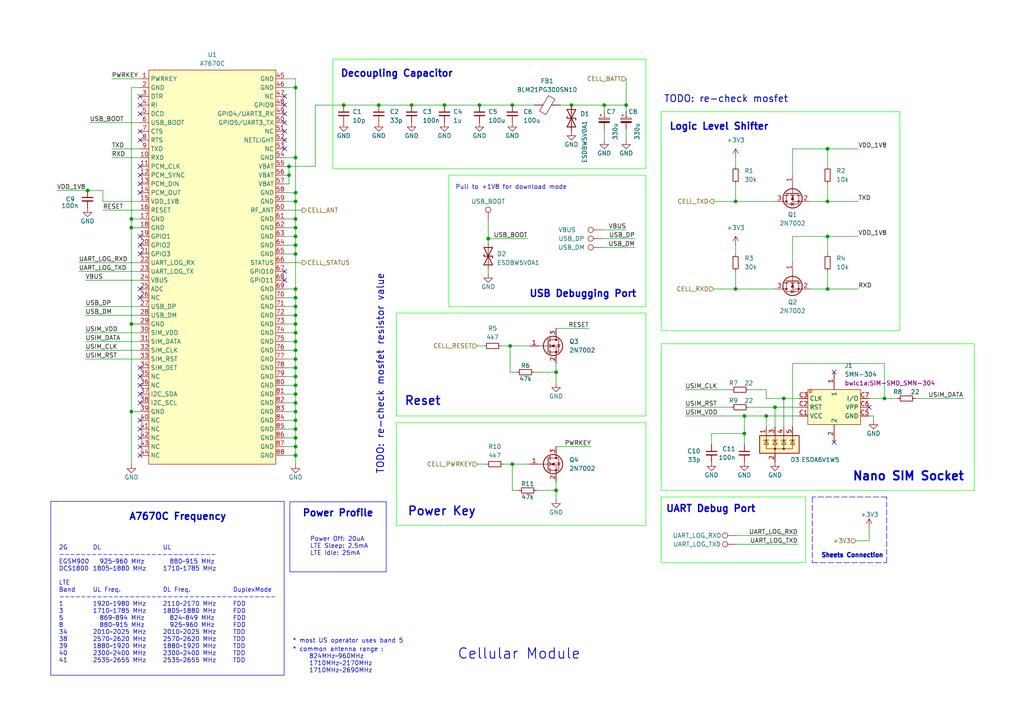
<source format=kicad_sch>
(kicad_sch (version 20231120) (generator "eeschema") (generator_version "8.0")
  (paper "A4")
  (title_block (title "Cellular") (date "2024-05-22") (rev "2") (company "Teapot Laboratories"))
  (junction (at 85.725 121.92))
  (junction (at 240.03 43.18))
  (junction (at 85.725 101.6))
  (junction (at 85.725 45.72))
  (junction (at 85.725 96.52))
  (junction (at 85.725 63.5))
  (junction (at 85.725 119.38))
  (junction (at 85.725 114.3))
  (junction (at 83.82 48.26))
  (junction (at 165.735 30.48))
  (junction (at 85.725 104.14))
  (junction (at 85.725 71.12))
  (junction (at 213.36 83.82))
  (junction (at 85.725 116.84))
  (junction (at 85.725 124.46))
  (junction (at 119.38 30.48))
  (junction (at 85.725 86.36))
  (junction (at 148.59 30.48))
  (junction (at 38.1 63.5))
  (junction (at 85.725 106.68))
  (junction (at 85.725 91.44))
  (junction (at 85.725 88.9))
  (junction (at 175.26 30.48))
  (junction (at 25.4 55.245))
  (junction (at 85.725 55.88))
  (junction (at 85.725 129.54))
  (junction (at 256.54 115.57))
  (junction (at 161.29 107.95))
  (junction (at 141.605 69.215))
  (junction (at 99.695 30.48))
  (junction (at 85.725 127))
  (junction (at 109.855 30.48))
  (junction (at 38.1 93.98))
  (junction (at 85.725 93.98))
  (junction (at 85.725 111.76))
  (junction (at 85.725 132.08))
  (junction (at 85.725 25.4))
  (junction (at 240.03 83.82))
  (junction (at 240.03 58.42))
  (junction (at 161.29 142.24))
  (junction (at 85.725 58.42))
  (junction (at 148.59 134.62))
  (junction (at 85.725 73.66))
  (junction (at 128.905 30.48))
  (junction (at 85.725 68.58))
  (junction (at 224.79 118.11))
  (junction (at 85.725 83.82))
  (junction (at 83.82 50.8))
  (junction (at 147.955 100.33))
  (junction (at 139.065 30.48))
  (junction (at 215.9 125.73))
  (junction (at 85.725 109.22))
  (junction (at 222.25 120.65))
  (junction (at 213.36 58.42))
  (junction (at 215.9 120.65))
  (junction (at 38.1 66.04))
  (junction (at 227.33 115.57))
  (junction (at 181.61 30.48))
  (junction (at 38.1 119.38))
  (junction (at 240.03 68.58))
  (junction (at 85.725 66.04))
  (junction (at 85.725 99.06))
  (no_connect (at 82.55 33.02))
  (no_connect (at 40.64 71.12))
  (no_connect (at 40.64 48.26))
  (no_connect (at 40.64 124.46))
  (no_connect (at 40.64 114.3))
  (no_connect (at 82.55 81.28))
  (no_connect (at 40.64 53.34))
  (no_connect (at 40.64 30.48))
  (no_connect (at 40.64 40.64))
  (no_connect (at 40.64 83.82))
  (no_connect (at 82.55 38.1))
  (no_connect (at 40.64 121.92))
  (no_connect (at 40.64 116.84))
  (no_connect (at 40.64 38.1))
  (no_connect (at 40.64 50.8))
  (no_connect (at 40.64 55.88))
  (no_connect (at 82.55 78.74))
  (no_connect (at 241.935 107.95))
  (no_connect (at 40.64 111.76))
  (no_connect (at 40.64 109.22))
  (no_connect (at 40.64 68.58))
  (no_connect (at 241.935 128.27))
  (no_connect (at 82.55 30.48))
  (no_connect (at 40.64 33.02))
  (no_connect (at 252.095 118.11))
  (no_connect (at 82.55 35.56))
  (no_connect (at 40.64 73.66))
  (no_connect (at 82.55 43.18))
  (no_connect (at 82.55 40.64))
  (no_connect (at 82.55 27.94))
  (no_connect (at 40.64 127))
  (no_connect (at 40.64 27.94))
  (no_connect (at 40.64 129.54))
  (no_connect (at 40.64 132.08))
  (no_connect (at 40.64 106.68))
  (no_connect (at 40.64 86.36))
  (wire (pts (xy 198.755 113.03) (xy 212.09 113.03)))
  (wire (pts (xy 24.765 88.9) (xy 40.64 88.9)))
  (wire (pts (xy 85.725 68.58) (xy 85.725 66.04)))
  (wire (pts (xy 87.63 76.2) (xy 82.55 76.2)))
  (wire (pts (xy 174.625 66.675) (xy 181.61 66.675)))
  (wire (pts (xy 224.79 118.11) (xy 224.79 123.825)))
  (wire (pts (xy 82.55 45.72) (xy 85.725 45.72)))
  (wire (pts (xy 215.9 120.65) (xy 222.25 120.65)))
  (wire (pts (xy 32.385 43.18) (xy 40.64 43.18)))
  (wire (pts (xy 82.55 129.54) (xy 85.725 129.54)))
  (polyline (pts (xy 235.585 144.145) (xy 235.585 163.195)) (stroke (width 0) (type dash)))
  (wire (pts (xy 148.59 134.62) (xy 153.67 134.62)))
  (wire (pts (xy 82.55 99.06) (xy 85.725 99.06)))
  (wire (pts (xy 82.55 91.44) (xy 85.725 91.44)))
  (wire (pts (xy 231.394 155.321) (xy 213.614 155.321)))
  (wire (pts (xy 82.55 63.5) (xy 85.725 63.5)))
  (wire (pts (xy 24.765 81.28) (xy 40.64 81.28)))
  (wire (pts (xy 231.775 115.57) (xy 227.33 115.57)))
  (wire (pts (xy 85.725 132.08) (xy 85.725 134.62)))
  (wire (pts (xy 85.725 114.3) (xy 85.725 116.84)))
  (wire (pts (xy 213.36 83.82) (xy 213.36 78.74)))
  (wire (pts (xy 224.79 58.42) (xy 213.36 58.42)))
  (wire (pts (xy 82.55 106.68) (xy 85.725 106.68)))
  (wire (pts (xy 229.87 123.825) (xy 229.87 105.41)))
  (wire (pts (xy 24.765 96.52) (xy 40.64 96.52)))
  (wire (pts (xy 161.29 129.54) (xy 171.45 129.54)))
  (wire (pts (xy 128.905 30.48) (xy 139.065 30.48)))
  (wire (pts (xy 85.725 104.14) (xy 85.725 106.68)))
  (wire (pts (xy 82.55 66.04) (xy 85.725 66.04)))
  (wire (pts (xy 82.55 68.58) (xy 85.725 68.58)))
  (wire (pts (xy 82.55 104.14) (xy 85.725 104.14)))
  (wire (pts (xy 82.55 93.98) (xy 85.725 93.98)))
  (wire (pts (xy 240.03 43.18) (xy 240.03 48.26)))
  (wire (pts (xy 85.725 119.38) (xy 85.725 121.92)))
  (wire (pts (xy 222.25 115.57) (xy 227.33 115.57)))
  (wire (pts (xy 240.03 83.82) (xy 248.92 83.82)))
  (wire (pts (xy 85.725 22.86) (xy 82.55 22.86)))
  (wire (pts (xy 85.725 99.06) (xy 85.725 96.52)))
  (wire (pts (xy 148.59 142.24) (xy 148.59 134.62)))
  (wire (pts (xy 85.725 116.84) (xy 85.725 119.38)))
  (wire (pts (xy 141.605 69.215) (xy 141.605 70.485)))
  (wire (pts (xy 252.095 120.65) (xy 253.365 120.65)))
  (wire (pts (xy 82.55 88.9) (xy 85.725 88.9)))
  (wire (pts (xy 150.495 142.24) (xy 148.59 142.24)))
  (wire (pts (xy 82.55 114.3) (xy 85.725 114.3)))
  (wire (pts (xy 85.725 88.9) (xy 85.725 86.36)))
  (wire (pts (xy 141.605 78.105) (xy 141.605 79.375)))
  (wire (pts (xy 29.845 60.96) (xy 40.64 60.96)))
  (wire (pts (xy 16.51 55.245) (xy 25.4 55.245)))
  (wire (pts (xy 29.845 55.245) (xy 25.4 55.245)))
  (wire (pts (xy 215.9 120.65) (xy 215.9 125.73)))
  (wire (pts (xy 109.855 30.48) (xy 119.38 30.48)))
  (wire (pts (xy 85.725 104.14) (xy 85.725 101.6)))
  (wire (pts (xy 207.01 83.82) (xy 213.36 83.82)))
  (wire (pts (xy 82.55 119.38) (xy 85.725 119.38)))
  (wire (pts (xy 161.29 139.7) (xy 161.29 142.24)))
  (wire (pts (xy 213.36 45.72) (xy 213.36 48.26)))
  (wire (pts (xy 181.61 22.86) (xy 181.61 30.48)))
  (wire (pts (xy 82.55 121.92) (xy 85.725 121.92)))
  (wire (pts (xy 82.55 127) (xy 85.725 127)))
  (wire (pts (xy 213.36 71.12) (xy 213.36 73.66)))
  (wire (pts (xy 147.955 100.33) (xy 153.67 100.33)))
  (wire (pts (xy 85.725 91.44) (xy 85.725 88.9)))
  (wire (pts (xy 215.9 125.73) (xy 215.9 128.905)))
  (wire (pts (xy 217.17 118.11) (xy 224.79 118.11)))
  (wire (pts (xy 24.765 99.06) (xy 40.64 99.06)))
  (wire (pts (xy 85.725 73.66) (xy 85.725 71.12)))
  (wire (pts (xy 198.755 118.11) (xy 212.09 118.11)))
  (wire (pts (xy 229.87 76.2) (xy 229.87 68.58)))
  (wire (pts (xy 240.03 68.58) (xy 240.03 73.66)))
  (wire (pts (xy 229.87 68.58) (xy 240.03 68.58)))
  (wire (pts (xy 32.385 22.86) (xy 40.64 22.86)))
  (wire (pts (xy 22.86 76.2) (xy 40.64 76.2)))
  (wire (pts (xy 38.1 25.4) (xy 40.64 25.4)))
  (wire (pts (xy 82.55 73.66) (xy 85.725 73.66)))
  (wire (pts (xy 38.1 93.98) (xy 40.64 93.98)))
  (polyline (pts (xy 235.585 163.195) (xy 257.175 163.195)) (stroke (width 0) (type dash)))
  (wire (pts (xy 82.55 71.12) (xy 85.725 71.12)))
  (wire (pts (xy 206.375 128.905) (xy 206.375 125.73)))
  (wire (pts (xy 234.95 83.82) (xy 240.03 83.82)))
  (wire (pts (xy 83.82 50.8) (xy 83.82 53.34)))
  (wire (pts (xy 82.55 83.82) (xy 85.725 83.82)))
  (wire (pts (xy 38.1 119.38) (xy 40.64 119.38)))
  (wire (pts (xy 240.03 78.74) (xy 240.03 83.82)))
  (wire (pts (xy 252.095 153.035) (xy 252.095 156.845)))
  (wire (pts (xy 138.43 134.62) (xy 140.97 134.62)))
  (wire (pts (xy 85.725 86.36) (xy 85.725 83.82)))
  (wire (pts (xy 229.87 43.18) (xy 240.03 43.18)))
  (wire (pts (xy 174.625 69.215) (xy 184.15 69.215)))
  (wire (pts (xy 85.725 63.5) (xy 85.725 58.42)))
  (wire (pts (xy 85.725 121.92) (xy 85.725 124.46)))
  (wire (pts (xy 207.01 58.42) (xy 213.36 58.42)))
  (wire (pts (xy 181.61 30.48) (xy 181.61 32.385)))
  (wire (pts (xy 85.725 111.76) (xy 85.725 114.3)))
  (wire (pts (xy 38.1 134.62) (xy 38.1 119.38)))
  (wire (pts (xy 175.26 37.465) (xy 175.26 40.64)))
  (wire (pts (xy 234.95 58.42) (xy 240.03 58.42)))
  (wire (pts (xy 85.725 93.98) (xy 85.725 91.44)))
  (wire (pts (xy 24.765 101.6) (xy 40.64 101.6)))
  (wire (pts (xy 91.44 30.48) (xy 99.695 30.48)))
  (wire (pts (xy 146.05 134.62) (xy 148.59 134.62)))
  (wire (pts (xy 82.55 60.96) (xy 87.63 60.96)))
  (wire (pts (xy 145.415 100.33) (xy 147.955 100.33)))
  (wire (pts (xy 174.625 71.755) (xy 184.15 71.755)))
  (wire (pts (xy 82.55 53.34) (xy 83.82 53.34)))
  (polyline (pts (xy 257.175 144.145) (xy 235.585 144.145)) (stroke (width 0) (type dash)))
  (wire (pts (xy 26.035 35.56) (xy 40.64 35.56)))
  (wire (pts (xy 175.26 30.48) (xy 181.61 30.48)))
  (wire (pts (xy 256.54 115.57) (xy 260.35 115.57)))
  (wire (pts (xy 154.94 107.95) (xy 161.29 107.95)))
  (wire (pts (xy 85.725 83.82) (xy 85.725 73.66)))
  (wire (pts (xy 229.87 105.41) (xy 256.54 105.41)))
  (wire (pts (xy 29.845 58.42) (xy 29.845 55.245)))
  (wire (pts (xy 83.82 48.26) (xy 91.44 48.26)))
  (wire (pts (xy 24.765 91.44) (xy 40.64 91.44)))
  (wire (pts (xy 139.065 30.48) (xy 148.59 30.48)))
  (wire (pts (xy 206.375 125.73) (xy 215.9 125.73)))
  (wire (pts (xy 119.38 30.48) (xy 128.905 30.48)))
  (wire (pts (xy 82.55 55.88) (xy 85.725 55.88)))
  (wire (pts (xy 141.605 64.135) (xy 141.605 69.215)))
  (wire (pts (xy 198.755 120.65) (xy 215.9 120.65)))
  (wire (pts (xy 99.695 30.48) (xy 109.855 30.48)))
  (wire (pts (xy 240.03 58.42) (xy 248.92 58.42)))
  (wire (pts (xy 40.64 58.42) (xy 29.845 58.42)))
  (wire (pts (xy 38.1 119.38) (xy 38.1 93.98)))
  (wire (pts (xy 265.43 115.57) (xy 279.4 115.57)))
  (wire (pts (xy 148.59 30.48) (xy 154.94 30.48)))
  (wire (pts (xy 85.725 58.42) (xy 85.725 55.88)))
  (wire (pts (xy 85.725 101.6) (xy 85.725 99.06)))
  (wire (pts (xy 85.725 66.04) (xy 85.725 63.5)))
  (wire (pts (xy 229.87 50.8) (xy 229.87 43.18)))
  (wire (pts (xy 213.36 58.42) (xy 213.36 53.34)))
  (wire (pts (xy 85.725 71.12) (xy 85.725 68.58)))
  (wire (pts (xy 161.29 142.24) (xy 161.29 144.78)))
  (wire (pts (xy 82.55 124.46) (xy 85.725 124.46)))
  (wire (pts (xy 38.1 63.5) (xy 40.64 63.5)))
  (wire (pts (xy 222.25 120.65) (xy 222.25 123.825)))
  (wire (pts (xy 248.92 68.58) (xy 240.03 68.58)))
  (wire (pts (xy 85.725 25.4) (xy 85.725 22.86)))
  (wire (pts (xy 82.55 109.22) (xy 85.725 109.22)))
  (wire (pts (xy 217.17 113.03) (xy 222.25 113.03)))
  (wire (pts (xy 248.92 43.18) (xy 240.03 43.18)))
  (wire (pts (xy 82.55 116.84) (xy 85.725 116.84)))
  (wire (pts (xy 91.44 30.48) (xy 91.44 48.26)))
  (wire (pts (xy 82.55 111.76) (xy 85.725 111.76)))
  (wire (pts (xy 181.61 37.465) (xy 181.61 40.64)))
  (wire (pts (xy 82.55 48.26) (xy 83.82 48.26)))
  (wire (pts (xy 165.735 30.48) (xy 175.26 30.48)))
  (wire (pts (xy 83.82 48.26) (xy 83.82 50.8)))
  (polyline (pts (xy 257.175 163.195) (xy 257.175 144.145)) (stroke (width 0) (type dash)))
  (wire (pts (xy 38.1 66.04) (xy 38.1 63.5)))
  (wire (pts (xy 24.765 104.14) (xy 40.64 104.14)))
  (wire (pts (xy 252.095 156.845) (xy 248.285 156.845)))
  (wire (pts (xy 155.575 142.24) (xy 161.29 142.24)))
  (wire (pts (xy 147.955 107.95) (xy 147.955 100.33)))
  (wire (pts (xy 82.55 58.42) (xy 85.725 58.42)))
  (wire (pts (xy 85.725 129.54) (xy 85.725 132.08)))
  (wire (pts (xy 240.03 53.34) (xy 240.03 58.42)))
  (wire (pts (xy 82.55 50.8) (xy 83.82 50.8)))
  (wire (pts (xy 141.605 69.215) (xy 153.035 69.215)))
  (wire (pts (xy 231.394 157.861) (xy 213.614 157.861)))
  (wire (pts (xy 224.79 83.82) (xy 213.36 83.82)))
  (wire (pts (xy 85.725 96.52) (xy 85.725 93.98)))
  (wire (pts (xy 256.54 105.41) (xy 256.54 115.57)))
  (wire (pts (xy 32.385 45.72) (xy 40.64 45.72)))
  (wire (pts (xy 138.43 100.33) (xy 140.335 100.33)))
  (wire (pts (xy 82.55 25.4) (xy 85.725 25.4)))
  (wire (pts (xy 161.29 105.41) (xy 161.29 107.95)))
  (wire (pts (xy 82.55 86.36) (xy 85.725 86.36)))
  (wire (pts (xy 38.1 66.04) (xy 40.64 66.04)))
  (wire (pts (xy 227.33 115.57) (xy 227.33 123.825)))
  (wire (pts (xy 252.095 115.57) (xy 256.54 115.57)))
  (wire (pts (xy 222.25 113.03) (xy 222.25 115.57)))
  (wire (pts (xy 85.725 55.88) (xy 85.725 45.72)))
  (wire (pts (xy 162.56 30.48) (xy 165.735 30.48)))
  (wire (pts (xy 85.725 106.68) (xy 85.725 109.22)))
  (wire (pts (xy 222.25 120.65) (xy 231.775 120.65)))
  (wire (pts (xy 85.725 109.22) (xy 85.725 111.76)))
  (wire (pts (xy 38.1 63.5) (xy 38.1 25.4)))
  (wire (pts (xy 253.365 120.65) (xy 253.365 121.92)))
  (wire (pts (xy 149.86 107.95) (xy 147.955 107.95)))
  (wire (pts (xy 85.725 127) (xy 85.725 129.54)))
  (wire (pts (xy 82.55 101.6) (xy 85.725 101.6)))
  (wire (pts (xy 38.1 93.98) (xy 38.1 66.04)))
  (wire (pts (xy 85.725 45.72) (xy 85.725 25.4)))
  (wire (pts (xy 85.725 124.46) (xy 85.725 127)))
  (wire (pts (xy 22.86 78.74) (xy 40.64 78.74)))
  (wire (pts (xy 161.29 107.95) (xy 161.29 111.125)))
  (wire (pts (xy 82.55 96.52) (xy 85.725 96.52)))
  (wire (pts (xy 224.79 118.11) (xy 231.775 118.11)))
  (wire (pts (xy 82.55 132.08) (xy 85.725 132.08)))
  (wire (pts (xy 175.26 32.385) (xy 175.26 30.48)))
  (wire (pts (xy 161.29 95.25) (xy 170.815 95.25)))
  (rectangle (start 114.935 122.555) (end 187.325 152.4) (stroke (width 0) (color 0 255 0 1)))
  (rectangle (start 191.77 32.385) (end 260.985 95.885) (stroke (width 0) (color 0 255 0 1)))
  (rectangle (start 114.935 90.805) (end 187.325 120.65) (stroke (width 0) (color 0 255 0 1)))
  (rectangle (start 14.732 145.415) (end 82.423 195.834))
  (rectangle (start 130.175 50.8) (end 187.325 88.9) (stroke (width 0) (color 0 255 0 1)))
  (rectangle (start 191.77 99.695) (end 282.575 142.24) (stroke (width 0) (color 0 255 0 1)))
  (rectangle (start 191.77 144.145) (end 233.68 163.195) (stroke (width 0) (color 0 255 0 1)))
  (rectangle (start 96.52 17.145) (end 187.325 48.895) (stroke (width 0) (color 0 255 0 1)))
  (rectangle (start 84.074 145.542) (end 112.014 165.862))
  (text "TODO: re-check mosfet resistor value" (at 111.506 137.668 90) (effects (font (size 2 2) (thickness 0.254) (bold yes)) (justify left bottom)))
  (text "Decoupling Capacitor" (at 98.679 22.606 0) (effects (font (size 2 2) (thickness 0.4) (bold yes)) (justify left bottom)))
  (text "Pull to +1V8 for download mode" (at 132.08 55.118 0) (effects (font (size 1.27 1.27)) (justify left bottom)))
  (text "Power Key" (at 118.11 149.86 0) (effects (font (size 2.5 2.5) (thickness 0.4) (bold yes)) (justify left bottom)))
  (text "Nano SIM Socket" (at 247.142 139.7 0) (effects (font (size 2.5 2.5) (bold yes)) (justify left bottom)))
  (text "Reset" (at 117.221 117.856 0) (effects (font (size 2.5 2.5) (thickness 0.4) (bold yes)) (justify left bottom)))
  (text "TODO: re-check mosfet" (at 192.532 29.972 0) (effects (font (size 2 2) (thickness 0.254) (bold yes)) (justify left bottom)))
  (text "Power Off: 20uA\nLTE Sleep: 2.5mA\nLTE Idle: 25mA" (at 89.916 161.29 0) (effects (font (size 1.27 1.27)) (justify left bottom)))
  (text "Logic Level Shifter" (at 194.056 37.973 0) (effects (font (size 2 2) (thickness 0.4) (bold yes)) (justify left bottom)))
  (text "Sheets Connection" (at 238.125 161.925 0) (effects (font (size 1.27 1.27) (thickness 0.6) (bold yes)) (justify left bottom)))
  (text "A7670C Frequency" (at 37.338 151.13 0) (effects (font (size 2 2) (thickness 0.4) (bold yes)) (justify left bottom)))
  (text "UART Debug Port" (at 193.04 148.844 0) (effects (font (size 2 2) (thickness 0.4) (bold yes)) (justify left bottom)))
  (text "2G		DL				UL\n-----------------------------\nEGSM900	  925~960 MHz	  880~915 MHz\nDCS1800	1805~1880 MHz 	1710~1785 MHz\n\nLTE\nBand	UL Freq.		DL Freq. 		DuplexMode\n----------------------------------------\n1 		1920~1980 MHz	2110~2170 MHz	FDD\n3 		1710~1785 MHz	1805~1880 MHz	FDD\n5 		  869~894 MHz	  824~849 MHz	FDD\n8 		  880~915 MHz	  925~960 MHz 	FDD\n34 		2010~2025 MHz	2010~2025 MHz 	TDD\n38 		2570~2620 MHz 	2570~2620 MHz	TDD\n39 		1880~1920 MHz 	1880~1920 MHz	TDD\n40 		2300~2400 MHz 	2300~2400 MHz	TDD\n41 		2535~2655 MHz 	2535~2655 MHz	TDD" (at 17.018 192.405 0) (effects (font (size 1.27 1.27)) (justify left bottom)))
  (text "* most US operator uses band 5" (at 84.836 186.69 0) (effects (font (size 1.27 1.27)) (justify left bottom)))
  (text "USB Debugging Port" (at 153.416 86.487 0) (effects (font (size 2 2) (thickness 0.4) (bold yes)) (justify left bottom)))
  (text "* common antenna range :\n	824MHz~960MHz\n	1710MHz~2170MHz \n	1710MHz~2690MHz" (at 84.836 195.326 0) (effects (font (size 1.27 1.27)) (justify left bottom)))
  (text "Power Profile" (at 87.63 150.114 0) (effects (font (size 2 2) (thickness 0.4) (bold yes)) (justify left bottom)))
  (text "Cellular Module" (at 132.588 191.516 0) (effects (font (size 3 3) (thickness 0.254) (bold yes)) (justify left bottom)))
  (label "USIM_RST" (at 198.755 118.11 0))
  (label "USB_DM" (at 184.15 71.755 180))
  (label "PWRKEY" (at 171.45 129.54 180))
  (label "USB_BOOT" (at 26.035 35.56 0))
  (label "UART_LOG_TXD" (at 22.86 78.74 0))
  (label "VBUS" (at 181.61 66.675 180))
  (label "RXD" (at 32.385 45.72 0))
  (label "USIM_RST" (at 24.765 104.14 0))
  (label "TXD" (at 32.385 43.18 0))
  (label "VDD_1V8" (at 16.51 55.245 0))
  (label "USB_DM" (at 24.765 91.44 0))
  (label "USB_BOOT" (at 153.035 69.215 180))
  (label "PWRKEY" (at 32.385 22.86 0))
  (label "RESET" (at 170.815 95.25 180))
  (label "USIM_CLK" (at 198.755 113.03 0))
  (label "USIM_DATA" (at 279.4 115.57 180))
  (label "VDD_1V8" (at 248.92 43.18 0))
  (label "USIM_VDD" (at 24.765 96.52 0))
  (label "RESET" (at 29.845 60.96 0))
  (label "USIM_VDD" (at 198.755 120.65 0))
  (label "UART_LOG_TXD" (at 231.394 157.861 180))
  (label "USIM_CLK" (at 24.765 101.6 0))
  (label "RXD" (at 248.92 83.82 0))
  (label "TXD" (at 248.92 58.42 0))
  (label "UART_LOG_RXD" (at 231.394 155.321 180))
  (label "VDD_1V8" (at 248.92 68.58 0))
  (label "USB_DP" (at 24.765 88.9 0))
  (label "VBUS" (at 24.765 81.28 0))
  (label "USB_DP" (at 184.15 69.215 180))
  (label "USIM_DATA" (at 24.765 99.06 0))
  (label "UART_LOG_RXD" (at 22.86 76.2 0))
  (hierarchical_label "CELL_ANT" (shape output) (at 87.63 60.96 0))
  (hierarchical_label "CELL_STATUS" (shape output) (at 87.63 76.2 0))
  (hierarchical_label "CELL_PWRKEY" (shape input) (at 138.43 134.62 180))
  (hierarchical_label "+3V3" (shape input) (at 248.285 156.845 180))
  (hierarchical_label "CELL_RXD" (shape input) (at 207.01 83.82 180))
  (hierarchical_label "CELL_TXD" (shape output) (at 207.01 58.42 180))
  (hierarchical_label "CELL_BATT" (shape input) (at 181.61 22.86 180))
  (hierarchical_label "CELL_RESET" (shape input) (at 138.43 100.33 180))
  (symbol (lib_id "power:GND") (at 38.1 134.62 0) (unit 1)
    (property "Reference" "#PWR019" (effects (hide yes)))
    (property "Value" "GND" (at 38.1 138.43 0))
  )
  (symbol (lib_id "Device:Q_NMOS_GSD") (at 158.75 134.62 0) (unit 1)
    (property "Reference" "Q4" (at 165.1 133.3499 0) (effects (justify left)))
    (property "Value" "2N7002" (at 165.1 135.8899 0) (effects (justify left)))
    (property "Footprint" "Package_TO_SOT_SMD:SOT-23" (effects (hide yes)))
    (property "Datasheet" "https://www.lcsc.com/datasheet/lcsc_datasheet_1809081621_Diodes-Incorporated-2N7002H-7_C150714.pdf" (effects (hide yes)))
    (property "Description" "60V 170mA 7.5Ω@5V,50mA 370mW 3V@250uA 1 N-Channel SOT-23 MOSFETs ROHS" (effects (hide yes)))
    (property "Distributor" "LCSC" (effects (hide yes)))
    (property "Distributor Link" "https://www.lcsc.com/product-detail/MOSFETs_Diodes-Incorporated-2N7002H-7_C150714.html" (effects (hide yes)))
    (property "Distributor Part Number" "C150714" (effects (hide yes)))
    (property "Manufacturer" " Diodes Incorporated" (effects (hide yes)))
    (property "Manufacturer Part Number" "2N7002H-7 " (effects (hide yes)))
  )
  (symbol (lib_id "power:GND") (at 85.725 134.62 0) (unit 1)
    (property "Reference" "#PWR020" (effects (hide yes)))
    (property "Value" "GND" (at 85.725 138.43 0))
  )
  (symbol (lib_id "power:GND") (at 215.9 133.985 0) (mirror y) (unit 1)
    (property "Reference" "#PWR017" (effects (hide yes)))
    (property "Value" "GND" (at 215.9 137.795 0))
  )
  (symbol (lib_id "Connector:TestPoint") (at 213.614 155.321 90) (unit 1) (in_bom no)
    (property "Reference" "TP5" (effects (hide yes)))
    (property "Value" "UART_LOG_RXD" (at 202.184 155.321 90))
    (property "Footprint" "TestPoint:TestPoint_Pad_D1.0mm" (effects (hide yes)))
  )
  (symbol (lib_id "Device:C_Polarized_Small") (at 175.26 34.925 0) (unit 1)
    (property "Reference" "C7" (at 175.895 32.385 0) (effects (justify left)))
    (property "Value" "330u" (at 178.435 40.64 90) (effects (justify left)))
    (property "Footprint" "Capacitor_Tantalum_SMD:CP_EIA-3528-21_Kemet-B" (effects (hide yes)))
    (property "Datasheet" "https://www.lcsc.com/datasheet/lcsc_datasheet_2304140030_KEMET-T520B337M006ATE040_C696806.pdf" (effects (hide yes)))
    (property "Description" "330uF 6.3V 40mΩ@100kHz ±20% CASE-B-3528 Tantalum Capacitors ROHS" (effects (hide yes)))
    (property "Manufacturer" "KEMET" (effects (hide yes)))
    (property "Manufacturer Part Number" "T520B337M006ATE040" (effects (hide yes)))
    (property "Distributor" "LCSC" (effects (hide yes)))
    (property "Distributor Part Number" "C696806" (effects (hide yes)))
    (property "Distributor Link" "https://www.lcsc.com/product-detail/Tantalum-Capacitors_KEMET-T520B337M006ATE040_C696806.html" (effects (hide yes)))
    (instances (project "bwlc1a" (path "" (reference "C7") (unit 1))) (project "bwlr3d" (path "" (reference "C4") (unit 1))))
  )
  (symbol (lib_id "power:GND") (at 109.855 35.56 0) (unit 1)
    (property "Reference" "#PWR02" (effects (hide yes)))
    (property "Value" "GND" (at 109.855 39.37 0))
  )
  (symbol (lib_id "power:GND") (at 175.26 40.64 0) (unit 1)
    (property "Reference" "#PWR08" (effects (hide yes)))
    (property "Value" "GND" (at 175.26 44.45 0))
  )
  (symbol (lib_id "Device:C_Small") (at 215.9 131.445 0) (unit 1)
    (property "Reference" "C11" (at 213.36 130.1813 0) (effects (justify right)))
    (property "Value" "100n" (at 213.36 132.7213 0) (effects (justify right)))
    (property "Footprint" "Capacitor_SMD:C_0402_1005Metric" (effects (hide yes)))
    (property "Datasheet" "https://www.lcsc.com/datasheet/lcsc_datasheet_2304140030_Samsung-Electro-Mechanics-CL05B104KO5NNNC_C1525.pdf" (effects (hide yes)))
    (property "Description" "16V 100nF X7R ±10% 0402 Multilayer Ceramic Capacitors MLCC - SMD/SMT ROHS" (effects (hide yes)))
    (property "Manufacturer" "Samsung Electro-Mechanics" (effects (hide yes)))
    (property "Manufacturer Part Number" "CL05B104KO5NNNC" (effects (hide yes)))
    (property "Distributor" "LCSC" (effects (hide yes)))
    (property "Distributor Part Number" "C1525" (effects (hide yes)))
    (property "Distributor Link" "https://www.lcsc.com/product-detail/Multilayer-Ceramic-Capacitors-MLCC-SMD-SMT_Samsung-Electro-Mechanics-CL05B104KO5NNNC_C1525.html" (effects (hide yes)))
  )
  (symbol (lib_id "Connector:TestPoint") (at 174.625 69.215 90) (unit 1) (in_bom no)
    (property "Reference" "TP3" (effects (hide yes)))
    (property "Value" "USB_DP" (at 165.735 69.215 90))
    (property "Footprint" "TestPoint:TestPoint_Pad_D1.0mm" (effects (hide yes)))
  )
  (symbol (lib_id "power:GND") (at 181.61 40.64 0) (unit 1)
    (property "Reference" "#PWR09" (effects (hide yes)))
    (property "Value" "GND" (at 181.61 44.45 0))
  )
  (symbol (lib_id "Device:Q_NMOS_GSD") (at 229.87 81.28 90) (mirror x) (unit 1)
    (property "Reference" "Q2" (at 229.87 87.63 90))
    (property "Value" "2N7002" (at 229.87 90.17 90))
    (property "Footprint" "Package_TO_SOT_SMD:SOT-23" (effects (hide yes)))
    (property "Datasheet" "https://www.lcsc.com/datasheet/lcsc_datasheet_1809081621_Diodes-Incorporated-2N7002H-7_C150714.pdf" (effects (hide yes)))
    (property "Description" "60V 170mA 7.5Ω@5V,50mA 370mW 3V@250uA 1 N-Channel SOT-23 MOSFETs ROHS" (effects (hide yes)))
    (property "Distributor" "LCSC" (effects (hide yes)))
    (property "Distributor Link" "https://www.lcsc.com/product-detail/MOSFETs_Diodes-Incorporated-2N7002H-7_C150714.html" (effects (hide yes)))
    (property "Distributor Part Number" "C150714" (effects (hide yes)))
    (property "Manufacturer" " Diodes Incorporated" (effects (hide yes)))
    (property "Manufacturer Part Number" "2N7002H-7 " (effects (hide yes)))
  )
  (symbol (lib_id "Device:C_Small") (at 139.065 33.02 0) (unit 1)
    (property "Reference" "C5" (at 141.605 32.3913 0) (effects (justify left)))
    (property "Value" "100u" (at 141.605 34.9313 0) (effects (justify left)))
    (property "Footprint" "Capacitor_SMD:C_0805_2012Metric" (effects (hide yes)))
    (property "Datasheet" "https://www.lcsc.com/datasheet/lcsc_datasheet_1810201235_Murata-Electronics-GRM21BR60J107ME15L_C141660.pdf" (effects (hide yes)))
    (property "Description" "6.3V 100uF X5R ±20% 0805 Multilayer Ceramic Capacitors MLCC - SMD/SMT ROHS" (effects (hide yes)))
    (property "Manufacturer" "Murata Electronics" (effects (hide yes)))
    (property "Manufacturer Part Number" "GRM21BR60J107ME15L" (effects (hide yes)))
    (property "Distributor" "LCSC" (effects (hide yes)))
    (property "Distributor Part Number" "C141660" (effects (hide yes)))
    (property "Distributor Link" "https://www.lcsc.com/product-detail/Multilayer-Ceramic-Capacitors-MLCC-SMD-SMT_Murata-Electronics-GRM21BR60J107ME15L_C141660.html" (effects (hide yes)))
  )
  (symbol (lib_id "Device:C_Small") (at 206.375 131.445 0) (mirror y) (unit 1)
    (property "Reference" "C10" (at 203.2 130.8163 0) (effects (justify left)))
    (property "Value" "33p" (at 203.2 133.3563 0) (effects (justify left)))
    (property "Footprint" "Capacitor_SMD:C_0402_1005Metric" (effects (hide yes)))
    (property "Datasheet" "https://www.lcsc.com/datasheet/lcsc_datasheet_2304140030_FH--Guangdong-Fenghua-Advanced-Tech-0402CG330J500NT_C1562.pdf" (effects (hide yes)))
    (property "Description" "50V 33pF C0G ±5% 0402 Multilayer Ceramic Capacitors MLCC - SMD/SMT ROHS" (effects (hide yes)))
    (property "Manufacturer" "FH (Guangdong Fenghua Advanced Tech)" (effects (hide yes)))
    (property "Manufacturer Part Number" "0402CG330J500NT" (effects (hide yes)))
    (property "Distributor" "LCSC" (effects (hide yes)))
    (property "Distributor Part Number" "C1562" (effects (hide yes)))
    (property "Distributor Link" "https://www.lcsc.com/product-detail/Multilayer-Ceramic-Capacitors-MLCC-SMD-SMT_FH-Guangdong-Fenghua-Advanced-Tech-0402CG330J500NT_C1562.html" (effects (hide yes)))
  )
  (symbol (lib_id "bwlc1a:SMN-304") (at 241.935 118.11 270) (unit 1)
    (property "Reference" "J1" (at 244.9515 106.045 90) (effects (justify left)))
    (property "Value" "SMN-304" (at 244.9515 108.585 90) (effects (justify left)))
    (property "Footprint" "bwlc1a:SIM-SMD_SMN-304" (at 244.9515 111.125 90) (effects (justify left)))
    (property "Datasheet" "https://lcsc.com/product-detail/Connector-Card-Sockets_XUNPU-SMN-304_C266889.html" (effects (hide yes)))
    (property "Description" "Pluggable Gold 1.35mm Deck -40℃~+85℃ 260℃ NanoSIM SMD SIM Card Connectors ROHS" (effects (hide yes)))
    (property "Manufacturer" "XUNPU" (effects (hide yes)))
    (property "Manufacturer Part Number" "SMN-304" (effects (hide yes)))
    (property "Distributor" "LCSC" (effects (hide yes)))
    (property "Distributor Part Number" "C266889" (effects (hide yes)))
    (property "Distributor Link" "https://www.lcsc.com/product-detail/SIM-Card-Connectors_XUNPU-SMN-304_C266889.html" (effects (hide yes)))
  )
  (symbol (lib_id "Device:R_Small") (at 240.03 50.8 0) (unit 1)
    (property "Reference" "R2" (at 242.57 49.5299 0) (effects (justify left)))
    (property "Value" "10k" (at 242.57 52.0699 0) (effects (justify left)))
    (property "Footprint" "Resistor_SMD:R_0402_1005Metric" (effects (hide yes)))
    (property "Datasheet" "https://www.lcsc.com/datasheet/lcsc_datasheet_2206010100_UNI-ROYAL-Uniroyal-Elec-0402WGF1002TCE_C25744.pdf" (effects (hide yes)))
    (property "Description" "62.5mW Thick Film Resistors 50V ±100ppm/℃ ±1% 10kΩ 0402 Chip Resistor - Surface Mount ROHS" (effects (hide yes)))
    (property "Distributor" "LCSC" (effects (hide yes)))
    (property "Distributor Link" "https://www.lcsc.com/product-detail/Chip-Resistor-Surface-Mount_UNI-ROYAL-Uniroyal-Elec-0402WGF1002TCE_C25744.html" (effects (hide yes)))
    (property "Manufacturer" "UNI-ROYAL(Uniroyal Elec)" (effects (hide yes)))
    (property "Manufacturer Part Number" "0402WGF1002TCE" (effects (hide yes)))
    (property "Distributor Part Number" "C25744" (effects (hide yes)))
  )
  (symbol (lib_id "Device:C_Small") (at 109.855 33.02 0) (unit 1)
    (property "Reference" "C2" (at 113.03 32.3913 0) (effects (justify left)))
    (property "Value" "33p" (at 113.03 34.9313 0) (effects (justify left)))
    (property "Footprint" "Capacitor_SMD:C_0402_1005Metric" (effects (hide yes)))
    (property "Datasheet" "https://www.lcsc.com/datasheet/lcsc_datasheet_2304140030_FH--Guangdong-Fenghua-Advanced-Tech-0402CG330J500NT_C1562.pdf" (effects (hide yes)))
    (property "Description" "50V 33pF C0G ±5% 0402 Multilayer Ceramic Capacitors MLCC - SMD/SMT ROHS" (effects (hide yes)))
    (property "Manufacturer" "FH (Guangdong Fenghua Advanced Tech)" (effects (hide yes)))
    (property "Manufacturer Part Number" "0402CG330J500NT" (effects (hide yes)))
    (property "Distributor" "LCSC" (effects (hide yes)))
    (property "Distributor Part Number" "C1562" (effects (hide yes)))
    (property "Distributor Link" "https://www.lcsc.com/product-detail/Multilayer-Ceramic-Capacitors-MLCC-SMD-SMT_FH-Guangdong-Fenghua-Advanced-Tech-0402CG330J500NT_C1562.html" (effects (hide yes)))
  )
  (symbol (lib_id "bwlc1a:A7670X") (at 62.23 76.2 0) (unit 1)
    (property "Reference" "U1" (at 61.595 15.875 0))
    (property "Value" "A7670C" (at 61.595 18.415 0))
    (property "Footprint" "bwlc1a:LGA-124_L24.0-W24.0-P1.0-A7670C-LASS" (effects (hide yes)))
    (property "Datasheet" "https://www.lcsc.com/datasheet/lcsc_datasheet_2201121830_SIMCom-Wireless-Solutions-A7670C-MASL_C2891912.pdf" (effects (hide yes)))
    (property "Description" "SMD,24x24mm 2G/3G/4G/5G Modules ROHS" (effects (hide yes)))
    (property "Manufacturer" "SIMCom Wireless Solutions" (effects (hide yes)))
    (property "Manufacturer Part Number" "A7670C-MASL" (effects (hide yes)))
    (property "Distributor" "LCSC" (effects (hide yes)))
    (property "Distributor Part Number" "C2891912" (effects (hide yes)))
    (property "Distributor Link" "https://www.lcsc.com/product-detail/2G-3G-4G-5G-Modules_SIMCom-Wireless-Solutions-A7670C-MASL_C2891912.html" (effects (hide yes)))
  )
  (symbol (lib_id "Device:Q_NMOS_GSD") (at 229.87 55.88 90) (mirror x) (unit 1)
    (property "Reference" "Q1" (at 229.87 62.23 90))
    (property "Value" "2N7002" (at 229.87 64.77 90))
    (property "Footprint" "Package_TO_SOT_SMD:SOT-23" (effects (hide yes)))
    (property "Datasheet" "https://www.lcsc.com/datasheet/lcsc_datasheet_1809081621_Diodes-Incorporated-2N7002H-7_C150714.pdf" (effects (hide yes)))
    (property "Description" "60V 170mA 7.5Ω@5V,50mA 370mW 3V@250uA 1 N-Channel SOT-23 MOSFETs ROHS" (effects (hide yes)))
    (property "Distributor" "LCSC" (effects (hide yes)))
    (property "Distributor Link" "https://www.lcsc.com/product-detail/MOSFETs_Diodes-Incorporated-2N7002H-7_C150714.html" (effects (hide yes)))
    (property "Distributor Part Number" "C150714" (effects (hide yes)))
    (property "Manufacturer" " Diodes Incorporated" (effects (hide yes)))
    (property "Manufacturer Part Number" "2N7002H-7 " (effects (hide yes)))
  )
  (symbol (lib_id "power:GND") (at 139.065 35.56 0) (unit 1)
    (property "Reference" "#PWR05" (effects (hide yes)))
    (property "Value" "GND" (at 139.065 39.37 0))
  )
  (symbol (lib_id "Device:FerriteBead") (at 158.75 30.48 90) (unit 1)
    (property "Reference" "FB1" (at 158.6992 23.495 90))
    (property "Value" "BLM21PG300SN1D" (at 158.6992 26.035 90))
    (property "Footprint" "Inductor_SMD:L_0805_2012Metric" (effects (hide yes)))
    (property "Datasheet" "https://www.lcsc.com/datasheet/lcsc_datasheet_2304140030_Murata-Electronics-BLM21PG300SN1D_C16903.pdf" (effects (hide yes)))
    (property "Description" "14mΩ ±25% 30Ω@100MHz 0805 Ferrite Beads ROHS" (effects (hide yes)))
    (property "Manufacturer" "Murata Electronics" (effects (hide yes)))
    (property "Manufacturer Part Number" "BLM21PG300SN1D" (effects (hide yes)))
    (property "Distributor" "LCSC" (effects (hide yes)))
    (property "Distributor Part Number" "C16903" (effects (hide yes)))
    (property "Distributor Link" "https://www.lcsc.com/product-detail/Ferrite-Beads_Murata-Electronics-BLM21PG300SN1D_C16903.html" (effects (hide yes)))
  )
  (symbol (lib_id "Device:D_TVS") (at 165.735 34.29 90) (unit 1)
    (property "Reference" "D1" (at 168.275 33.02 90) (effects (justify right)))
    (property "Value" "ESDBW5V0A1" (at 169.545 34.925 0) (effects (justify right)))
    (property "Footprint" "Diode_SMD:D_SOD-882" (effects (hide yes)))
    (property "Datasheet" "https://www.lcsc.com/datasheet/lcsc_datasheet_2209151800_Leiditech-ESDBW5V0A1_C5173252.pdf" (effects (hide yes)))
    (property "Description" "DFN1006 ESD Protection Devices ROHS" (effects (hide yes)))
    (property "Manufacturer" "Leiditech" (effects (hide yes)))
    (property "Manufacturer Part Number" "ESDBW5V0A1" (effects (hide yes)))
    (property "Distributor" "LCSC" (effects (hide yes)))
    (property "Distributor Part Number" "C5173252" (effects (hide yes)))
    (property "Distributor Link" "https://www.lcsc.com/product-detail/span-style-background-color-ff0-ESD-span-Protection-Devices_Leiditech-ESDBW5V0A1_C5173252.html" (effects (hide yes)))
  )
  (symbol (lib_id "Device:R_Small") (at 262.89 115.57 90) (unit 1)
    (property "Reference" "R8" (at 260.35 113.665 90))
    (property "Value" "22" (at 265.43 113.665 90))
    (property "Footprint" "Resistor_SMD:R_0402_1005Metric" (effects (hide yes)))
    (property "Datasheet" "https://www.lcsc.com/datasheet/lcsc_datasheet_2205311900_UNI-ROYAL-Uniroyal-Elec-0402WGF220JTCE_C25092.pdf" (effects (hide yes)))
    (property "Description" "62.5mW Thick Film Resistors ±1% ±100ppm/℃ 22Ω 0402 Chip Resistor - Surface Mount ROHS" (effects (hide yes)))
    (property "Manufacturer" "UNI-ROYAL(Uniroyal Elec)" (effects (hide yes)))
    (property "Manufacturer Part Number" "0402WGF220JTCE" (effects (hide yes)))
    (property "Distributor" "LCSC" (effects (hide yes)))
    (property "Distributor Part Number" "C25092" (effects (hide yes)))
    (property "Distributor Link" "https://www.lcsc.com/product-detail/Chip-Resistor-Surface-Mount_UNI-ROYAL-Uniroyal-Elec-0402WGF220JTCE_C25092.html" (effects (hide yes)))
  )
  (symbol (lib_id "power:GND") (at 224.79 133.985 0) (unit 1)
    (property "Reference" "#PWR018" (effects (hide yes)))
    (property "Value" "GND" (at 224.79 137.795 0))
  )
  (symbol (lib_id "power:GND") (at 253.365 121.92 0) (unit 1)
    (property "Reference" "#PWR015" (effects (hide yes)))
    (property "Value" "GND" (at 253.365 125.73 0))
  )
  (symbol (lib_id "Connector:TestPoint") (at 174.625 71.755 90) (unit 1) (in_bom no)
    (property "Reference" "TP4" (effects (hide yes)))
    (property "Value" "USB_DM" (at 165.735 71.755 90))
    (property "Footprint" "TestPoint:TestPoint_Pad_D1.0mm" (effects (hide yes)))
  )
  (symbol (lib_id "Device:R_Small") (at 213.36 50.8 0) (unit 1)
    (property "Reference" "R1" (at 215.9 49.5299 0) (effects (justify left)))
    (property "Value" "30k" (at 215.9 52.0699 0) (effects (justify left)))
    (property "Footprint" "Resistor_SMD:R_0402_1005Metric" (effects (hide yes)))
    (property "Datasheet" "https://www.lcsc.com/datasheet/lcsc_datasheet_2206010100_UNI-ROYAL-Uniroyal-Elec-0402WGF3002TCE_C25776.pdf" (effects (hide yes)))
    (property "Description" "62.5mW Thick Film Resistors 50V ±100ppm/℃ ±1% 30kΩ 0402 Chip Resistor - Surface Mount ROHS" (effects (hide yes)))
    (property "Distributor" "LCSC" (effects (hide yes)))
    (property "Distributor Link" "https://www.lcsc.com/product-detail/Chip-Resistor-Surface-Mount_UNI-ROYAL-Uniroyal-Elec-0402WGF3002TCE_C25776.html" (effects (hide yes)))
    (property "Distributor Part Number" "C25776" (effects (hide yes)))
    (property "Manufacturer" " UNI-ROYAL(Uniroyal Elec)" (effects (hide yes)))
    (property "Manufacturer Part Number" "0402WGF3002TCE" (effects (hide yes)))
  )
  (symbol (lib_id "Device:R_Small") (at 214.63 118.11 90) (unit 1)
    (property "Reference" "R9" (at 212.725 116.205 90))
    (property "Value" "22" (at 217.17 116.205 90))
    (property "Footprint" "Resistor_SMD:R_0402_1005Metric" (effects (hide yes)))
    (property "Datasheet" "https://www.lcsc.com/datasheet/lcsc_datasheet_2205311900_UNI-ROYAL-Uniroyal-Elec-0402WGF220JTCE_C25092.pdf" (effects (hide yes)))
    (property "Description" "62.5mW Thick Film Resistors ±1% ±100ppm/℃ 22Ω 0402 Chip Resistor - Surface Mount ROHS" (effects (hide yes)))
    (property "Manufacturer" "UNI-ROYAL(Uniroyal Elec)" (effects (hide yes)))
    (property "Manufacturer Part Number" "0402WGF220JTCE" (effects (hide yes)))
    (property "Distributor" "LCSC" (effects (hide yes)))
    (property "Distributor Part Number" "C25092" (effects (hide yes)))
    (property "Distributor Link" "https://www.lcsc.com/product-detail/Chip-Resistor-Surface-Mount_UNI-ROYAL-Uniroyal-Elec-0402WGF220JTCE_C25092.html" (effects (hide yes)))
  )
  (symbol (lib_id "Device:Q_NMOS_GSD") (at 158.75 100.33 0) (unit 1)
    (property "Reference" "Q3" (at 165.1 99.0599 0) (effects (justify left)))
    (property "Value" "2N7002" (at 165.1 101.5999 0) (effects (justify left)))
    (property "Footprint" "Package_TO_SOT_SMD:SOT-23" (effects (hide yes)))
    (property "Datasheet" "https://www.lcsc.com/datasheet/lcsc_datasheet_1809081621_Diodes-Incorporated-2N7002H-7_C150714.pdf" (effects (hide yes)))
    (property "Description" "60V 170mA 7.5Ω@5V,50mA 370mW 3V@250uA 1 N-Channel SOT-23 MOSFETs ROHS" (effects (hide yes)))
    (property "Distributor" "LCSC" (effects (hide yes)))
    (property "Distributor Link" "https://www.lcsc.com/product-detail/MOSFETs_Diodes-Incorporated-2N7002H-7_C150714.html" (effects (hide yes)))
    (property "Distributor Part Number" "C150714" (effects (hide yes)))
    (property "Manufacturer" " Diodes Incorporated" (effects (hide yes)))
    (property "Manufacturer Part Number" "2N7002H-7 " (effects (hide yes)))
  )
  (symbol (lib_id "Connector:TestPoint") (at 174.625 66.675 90) (unit 1) (in_bom no)
    (property "Reference" "TP2" (effects (hide yes)))
    (property "Value" "VBUS" (at 164.465 66.675 90))
    (property "Footprint" "TestPoint:TestPoint_Pad_D1.0mm" (effects (hide yes)))
  )
  (symbol (lib_id "power:GND") (at 99.695 35.56 0) (unit 1)
    (property "Reference" "#PWR01" (effects (hide yes)))
    (property "Value" "GND" (at 99.695 39.37 0))
  )
  (symbol (lib_id "Connector:TestPoint") (at 141.605 64.135 0) (unit 1) (in_bom no)
    (property "Reference" "TP1" (effects (hide yes)))
    (property "Value" "USB_BOOT" (at 141.605 58.42 0))
    (property "Footprint" "TestPoint:TestPoint_Pad_D1.0mm" (effects (hide yes)))
  )
  (symbol (lib_id "Power_Protection:SP0504BAJT") (at 224.79 128.905 0) (unit 1)
    (property "Reference" "D3" (at 229.235 133.35 0) (effects (justify left)))
    (property "Value" "ESDA6V1W5" (at 232.41 133.35 0) (effects (justify left)))
    (property "Footprint" "Package_TO_SOT_SMD:SOT-353_SC-70-5" (effects (hide yes)))
    (property "Datasheet" "https://www.lcsc.com/datasheet/lcsc_datasheet_2108132030_TECH-PUBLIC-ESDA6V1W5-TP_C970036.pdf" (effects (hide yes)))
    (property "Description" "SOT-323-5 ESD Protection Devices ROHS" (effects (hide yes)))
    (property "Manufacturer" "TECH PUBLIC" (effects (hide yes)))
    (property "Manufacturer Part Number" "ESDA6V1W5-TP" (effects (hide yes)))
    (property "Distributor" "LCSC" (effects (hide yes)))
    (property "Distributor Part Number" "C970036" (effects (hide yes)))
    (property "Distributor Link" "https://www.lcsc.com/product-detail/span-style-background-color-ff0-ESD-span-Protection-Devices_TECH-PUBLIC-ESDA6V1W5-TP_C970036.html" (effects (hide yes)))
  )
  (symbol (lib_id "power:GND") (at 119.38 35.56 0) (unit 1)
    (property "Reference" "#PWR03" (effects (hide yes)))
    (property "Value" "GND" (at 119.38 39.37 0))
  )
  (symbol (lib_id "power:GND") (at 165.735 38.1 0) (unit 1)
    (property "Reference" "#PWR07" (effects (hide yes)))
    (property "Value" "GND" (at 165.735 41.91 0))
  )
  (symbol (lib_id "Device:R_Small") (at 153.035 142.24 90) (unit 1)
    (property "Reference" "R11" (at 153.035 140.335 90))
    (property "Value" "47k" (at 153.035 144.145 90))
    (property "Footprint" "Resistor_SMD:R_0402_1005Metric" (effects (hide yes)))
    (property "Datasheet" "https://www.lcsc.com/datasheet/lcsc_datasheet_2206010100_UNI-ROYAL-Uniroyal-Elec-0402WGF4702TCE_C25792.pdf" (effects (hide yes)))
    (property "Description" "62.5mW Thick Film Resistors 50V ±100ppm/℃ ±1% 47kΩ 0402 Chip Resistor - Surface Mount ROHS" (effects (hide yes)))
    (property "Manufacturer" "UNI-ROYAL(Uniroyal Elec)" (effects (hide yes)))
    (property "Manufacturer Part Number" "0402WGF4702TCE" (effects (hide yes)))
    (property "Distributor" "LCSC" (effects (hide yes)))
    (property "Distributor Part Number" "C25792" (effects (hide yes)))
    (property "Distributor Link" "https://www.lcsc.com/product-detail/Chip-Resistor-Surface-Mount_UNI-ROYAL-Uniroyal-Elec-0402WGF4702TCE_C25792.html" (effects (hide yes)))
  )
  (symbol (lib_id "power:GND") (at 161.29 111.125 0) (unit 1)
    (property "Reference" "#PWR014" (effects (hide yes)))
    (property "Value" "GND" (at 161.29 114.935 0))
  )
  (symbol (lib_id "Device:R_Small") (at 143.51 134.62 90) (unit 1)
    (property "Reference" "R10" (at 143.51 129.54 90))
    (property "Value" "4k7" (at 143.51 132.08 90))
    (property "Footprint" "Resistor_SMD:R_0402_1005Metric" (effects (hide yes)))
    (property "Datasheet" "https://www.lcsc.com/datasheet/lcsc_datasheet_2206010045_UNI-ROYAL-Uniroyal-Elec-0402WGJ0472TCE_C25940.pdf" (effects (hide yes)))
    (property "Description" "62.5mW Thick Film Resistors 50V ±100ppm/℃ ±5% 4.7kΩ 0402 Chip Resistor - Surface Mount ROHS" (effects (hide yes)))
    (property "Manufacturer" "UNI-ROYAL(Uniroyal Elec)" (effects (hide yes)))
    (property "Manufacturer Part Number" "0402WGJ0472TCE" (effects (hide yes)))
    (property "Distributor" "LCSC" (effects (hide yes)))
    (property "Distributor Part Number" "C25940" (effects (hide yes)))
    (property "Distributor Link" "https://www.lcsc.com/product-detail/Chip-Resistor-Surface-Mount_UNI-ROYAL-Uniroyal-Elec-0402WGJ0472TCE_C25940.html" (effects (hide yes)))
  )
  (symbol (lib_id "Connector:TestPoint") (at 213.614 157.861 90) (unit 1) (in_bom no)
    (property "Reference" "TP6" (effects (hide yes)))
    (property "Value" "UART_LOG_TXD" (at 202.184 157.861 90))
    (property "Footprint" "TestPoint:TestPoint_Pad_D1.0mm" (effects (hide yes)))
  )
  (symbol (lib_id "power:+3V3") (at 213.36 71.12 0) (unit 1)
    (property "Reference" "#PWR012" (effects (hide yes)))
    (property "Value" "+3V3" (at 213.36 66.04 0))
  )
  (symbol (lib_id "power:GND") (at 206.375 133.985 0) (mirror y) (unit 1)
    (property "Reference" "#PWR016" (effects (hide yes)))
    (property "Value" "GND" (at 206.375 137.795 0))
  )
  (symbol (lib_id "Device:R_Small") (at 142.875 100.33 90) (unit 1)
    (property "Reference" "R5" (at 142.875 95.25 90))
    (property "Value" "4k7" (at 142.875 97.79 90))
    (property "Footprint" "Resistor_SMD:R_0402_1005Metric" (effects (hide yes)))
    (property "Datasheet" "https://www.lcsc.com/datasheet/lcsc_datasheet_2206010045_UNI-ROYAL-Uniroyal-Elec-0402WGJ0472TCE_C25940.pdf" (effects (hide yes)))
    (property "Description" "62.5mW Thick Film Resistors 50V ±100ppm/℃ ±5% 4.7kΩ 0402 Chip Resistor - Surface Mount ROHS" (effects (hide yes)))
    (property "Manufacturer" "UNI-ROYAL(Uniroyal Elec)" (effects (hide yes)))
    (property "Manufacturer Part Number" "0402WGJ0472TCE" (effects (hide yes)))
    (property "Distributor" "LCSC" (effects (hide yes)))
    (property "Distributor Part Number" "C25940" (effects (hide yes)))
    (property "Distributor Link" "https://www.lcsc.com/product-detail/Chip-Resistor-Surface-Mount_UNI-ROYAL-Uniroyal-Elec-0402WGJ0472TCE_C25940.html" (effects (hide yes)))
  )
  (symbol (lib_id "Device:R_Small") (at 240.03 76.2 0) (unit 1)
    (property "Reference" "R4" (at 242.57 74.9299 0) (effects (justify left)))
    (property "Value" "10k" (at 242.57 77.4699 0) (effects (justify left)))
    (property "Footprint" "Resistor_SMD:R_0402_1005Metric" (effects (hide yes)))
    (property "Datasheet" "https://www.lcsc.com/datasheet/lcsc_datasheet_2206010100_UNI-ROYAL-Uniroyal-Elec-0402WGF1002TCE_C25744.pdf" (effects (hide yes)))
    (property "Description" "62.5mW Thick Film Resistors 50V ±100ppm/℃ ±1% 10kΩ 0402 Chip Resistor - Surface Mount ROHS" (effects (hide yes)))
    (property "Distributor" "LCSC" (effects (hide yes)))
    (property "Distributor Link" "https://www.lcsc.com/product-detail/Chip-Resistor-Surface-Mount_UNI-ROYAL-Uniroyal-Elec-0402WGF1002TCE_C25744.html" (effects (hide yes)))
    (property "Manufacturer" "UNI-ROYAL(Uniroyal Elec)" (effects (hide yes)))
    (property "Manufacturer Part Number" "0402WGF1002TCE" (effects (hide yes)))
    (property "Distributor Part Number" "C25744" (effects (hide yes)))
  )
  (symbol (lib_id "Device:C_Small") (at 148.59 33.02 0) (unit 1)
    (property "Reference" "C6" (at 151.765 32.3913 0) (effects (justify left)))
    (property "Value" "100u" (at 151.765 34.9313 0) (effects (justify left)))
    (property "Footprint" "Capacitor_SMD:C_0805_2012Metric" (effects (hide yes)))
    (property "Datasheet" "https://www.lcsc.com/datasheet/lcsc_datasheet_1810201235_Murata-Electronics-GRM21BR60J107ME15L_C141660.pdf" (effects (hide yes)))
    (property "Description" "6.3V 100uF X5R ±20% 0805 Multilayer Ceramic Capacitors MLCC - SMD/SMT ROHS" (effects (hide yes)))
    (property "Manufacturer" "Murata Electronics" (effects (hide yes)))
    (property "Manufacturer Part Number" "GRM21BR60J107ME15L" (effects (hide yes)))
    (property "Distributor" "LCSC" (effects (hide yes)))
    (property "Distributor Part Number" "C141660" (effects (hide yes)))
    (property "Distributor Link" "https://www.lcsc.com/product-detail/Multilayer-Ceramic-Capacitors-MLCC-SMD-SMT_Murata-Electronics-GRM21BR60J107ME15L_C141660.html" (effects (hide yes)))
  )
  (symbol (lib_id "power:GND") (at 148.59 35.56 0) (unit 1)
    (property "Reference" "#PWR06" (effects (hide yes)))
    (property "Value" "GND" (at 148.59 39.37 0))
  )
  (symbol (lib_id "Device:R_Small") (at 152.4 107.95 90) (unit 1)
    (property "Reference" "R6" (at 152.4 106.045 90))
    (property "Value" "47k" (at 152.4 109.855 90))
    (property "Footprint" "Resistor_SMD:R_0402_1005Metric" (effects (hide yes)))
    (property "Datasheet" "https://www.lcsc.com/datasheet/lcsc_datasheet_2206010100_UNI-ROYAL-Uniroyal-Elec-0402WGF4702TCE_C25792.pdf" (effects (hide yes)))
    (property "Description" "62.5mW Thick Film Resistors 50V ±100ppm/℃ ±1% 47kΩ 0402 Chip Resistor - Surface Mount ROHS" (effects (hide yes)))
    (property "Manufacturer" "UNI-ROYAL(Uniroyal Elec)" (effects (hide yes)))
    (property "Manufacturer Part Number" "0402WGF4702TCE" (effects (hide yes)))
    (property "Distributor" "LCSC" (effects (hide yes)))
    (property "Distributor Part Number" "C25792" (effects (hide yes)))
    (property "Distributor Link" "https://www.lcsc.com/product-detail/Chip-Resistor-Surface-Mount_UNI-ROYAL-Uniroyal-Elec-0402WGF4702TCE_C25792.html" (effects (hide yes)))
  )
  (symbol (lib_id "power:+3V3") (at 252.095 153.035 0) (mirror y) (unit 1)
    (property "Reference" "#PWR022" (effects (hide yes)))
    (property "Value" "+3V3" (at 249.555 149.225 0) (effects (justify right)))
    (instances (project "bwlc1a" (path "" (reference "#PWR022") (unit 1))) (project "plantpal" (path "" (reference "#PWR049") (unit 1)) (path "" (reference "#PWR086") (unit 1)) (path "" (reference "#PWR091") (unit 1)) (path "" (reference "#PWR05") (unit 1))) (project "bwlr1e" (path "" (reference "#PWR0134") (unit 1))))
  )
  (symbol (lib_id "Device:R_Small") (at 213.36 76.2 0) (unit 1)
    (property "Reference" "R3" (at 215.9 74.9299 0) (effects (justify left)))
    (property "Value" "30k" (at 215.9 77.4699 0) (effects (justify left)))
    (property "Footprint" "Resistor_SMD:R_0402_1005Metric" (effects (hide yes)))
    (property "Datasheet" "https://www.lcsc.com/datasheet/lcsc_datasheet_2206010100_UNI-ROYAL-Uniroyal-Elec-0402WGF3002TCE_C25776.pdf" (effects (hide yes)))
    (property "Description" "62.5mW Thick Film Resistors 50V ±100ppm/℃ ±1% 30kΩ 0402 Chip Resistor - Surface Mount ROHS" (effects (hide yes)))
    (property "Distributor" "LCSC" (effects (hide yes)))
    (property "Distributor Link" "https://www.lcsc.com/product-detail/Chip-Resistor-Surface-Mount_UNI-ROYAL-Uniroyal-Elec-0402WGF3002TCE_C25776.html" (effects (hide yes)))
    (property "Distributor Part Number" "C25776" (effects (hide yes)))
    (property "Manufacturer" " UNI-ROYAL(Uniroyal Elec)" (effects (hide yes)))
    (property "Manufacturer Part Number" "0402WGF3002TCE" (effects (hide yes)))
  )
  (symbol (lib_id "Device:R_Small") (at 214.63 113.03 90) (unit 1)
    (property "Reference" "R7" (at 212.725 111.125 90))
    (property "Value" "22" (at 217.17 111.125 90))
    (property "Footprint" "Resistor_SMD:R_0402_1005Metric" (effects (hide yes)))
    (property "Datasheet" "https://www.lcsc.com/datasheet/lcsc_datasheet_2205311900_UNI-ROYAL-Uniroyal-Elec-0402WGF220JTCE_C25092.pdf" (effects (hide yes)))
    (property "Description" "62.5mW Thick Film Resistors ±1% ±100ppm/℃ 22Ω 0402 Chip Resistor - Surface Mount ROHS" (effects (hide yes)))
    (property "Manufacturer" "UNI-ROYAL(Uniroyal Elec)" (effects (hide yes)))
    (property "Manufacturer Part Number" "0402WGF220JTCE" (effects (hide yes)))
    (property "Distributor" "LCSC" (effects (hide yes)))
    (property "Distributor Part Number" "C25092" (effects (hide yes)))
    (property "Distributor Link" "https://www.lcsc.com/product-detail/Chip-Resistor-Surface-Mount_UNI-ROYAL-Uniroyal-Elec-0402WGF220JTCE_C25092.html" (effects (hide yes)))
  )
  (symbol (lib_id "Device:C_Polarized_Small") (at 181.61 34.925 0) (unit 1)
    (property "Reference" "C8" (at 182.245 32.385 0) (effects (justify left)))
    (property "Value" "330u" (at 184.785 40.64 90) (effects (justify left)))
    (property "Footprint" "Capacitor_Tantalum_SMD:CP_EIA-3528-21_Kemet-B" (effects (hide yes)))
    (property "Datasheet" "https://www.lcsc.com/datasheet/lcsc_datasheet_2304140030_KEMET-T520B337M006ATE040_C696806.pdf" (effects (hide yes)))
    (property "Description" "330uF 6.3V 40mΩ@100kHz ±20% CASE-B-3528 Tantalum Capacitors ROHS" (effects (hide yes)))
    (property "Manufacturer" "KEMET" (effects (hide yes)))
    (property "Manufacturer Part Number" "T520B337M006ATE040" (effects (hide yes)))
    (property "Distributor" "LCSC" (effects (hide yes)))
    (property "Distributor Part Number" "C696806" (effects (hide yes)))
    (property "Distributor Link" "https://www.lcsc.com/product-detail/Tantalum-Capacitors_KEMET-T520B337M006ATE040_C696806.html" (effects (hide yes)))
    (instances (project "bwlc1a" (path "" (reference "C8") (unit 1))) (project "bwlr3d" (path "" (reference "C4") (unit 1))))
  )
  (symbol (lib_id "power:+3V3") (at 213.36 45.72 0) (unit 1)
    (property "Reference" "#PWR010" (effects (hide yes)))
    (property "Value" "+3V3" (at 213.36 40.64 0))
  )
  (symbol (lib_id "Device:C_Small") (at 128.905 33.02 0) (unit 1)
    (property "Reference" "C4" (at 131.445 32.3913 0) (effects (justify left)))
    (property "Value" "1u" (at 131.445 34.9313 0) (effects (justify left)))
    (property "Footprint" "Capacitor_SMD:C_0402_1005Metric" (effects (hide yes)))
    (property "Datasheet" "https://www.lcsc.com/datasheet/lcsc_datasheet_2304140030_Samsung-Electro-Mechanics-CL05A105KP5NNNC_C14445.pdf" (effects (hide yes)))
    (property "Description" "10V 1uF X5R ±10% 0402 Multilayer Ceramic Capacitors MLCC - SMD/SMT ROHS" (effects (hide yes)))
    (property "Manufacturer" "Samsung Electro-Mechanics" (effects (hide yes)))
    (property "Manufacturer Part Number" "CL05A105KP5NNNC" (effects (hide yes)))
    (property "Distributor" "LCSC" (effects (hide yes)))
    (property "Distributor Part Number" "C14445" (effects (hide yes)))
    (property "Distributor Link" "https://www.lcsc.com/product-detail/Multilayer-Ceramic-Capacitors-MLCC-SMD-SMT_Samsung-Electro-Mechanics-CL05A105KP5NNNC_C14445.html" (effects (hide yes)))
  )
  (symbol (lib_id "Device:C_Small") (at 25.4 57.785 0) (unit 1)
    (property "Reference" "C9" (at 19.05 57.785 0) (effects (justify left)))
    (property "Value" "100n" (at 17.78 59.69 0) (effects (justify left)))
    (property "Footprint" "Capacitor_SMD:C_0402_1005Metric" (effects (hide yes)))
    (property "Datasheet" "https://www.lcsc.com/datasheet/lcsc_datasheet_2304140030_Samsung-Electro-Mechanics-CL05B104KO5NNNC_C1525.pdf" (effects (hide yes)))
    (property "Description" "16V 100nF X7R ±10% 0402 Multilayer Ceramic Capacitors MLCC - SMD/SMT ROHS" (effects (hide yes)))
    (property "Manufacturer" "Samsung Electro-Mechanics" (effects (hide yes)))
    (property "Manufacturer Part Number" "CL05B104KO5NNNC" (effects (hide yes)))
    (property "Distributor" "LCSC" (effects (hide yes)))
    (property "Distributor Part Number" "C1525" (effects (hide yes)))
    (property "Distributor Link" "https://www.lcsc.com/product-detail/Multilayer-Ceramic-Capacitors-MLCC-SMD-SMT_Samsung-Electro-Mechanics-CL05B104KO5NNNC_C1525.html" (effects (hide yes)))
  )
  (symbol (lib_id "power:GND") (at 128.905 35.56 0) (unit 1)
    (property "Reference" "#PWR04" (effects (hide yes)))
    (property "Value" "GND" (at 128.905 39.37 0))
  )
  (symbol (lib_id "Device:C_Small") (at 119.38 33.02 0) (unit 1)
    (property "Reference" "C3" (at 122.555 32.3913 0) (effects (justify left)))
    (property "Value" "100n" (at 122.555 34.9313 0) (effects (justify left)))
    (property "Footprint" "Capacitor_SMD:C_0402_1005Metric" (effects (hide yes)))
    (property "Datasheet" "https://www.lcsc.com/datasheet/lcsc_datasheet_2304140030_Samsung-Electro-Mechanics-CL05B104KO5NNNC_C1525.pdf" (effects (hide yes)))
    (property "Description" "16V 100nF X7R ±10% 0402 Multilayer Ceramic Capacitors MLCC - SMD/SMT ROHS" (effects (hide yes)))
    (property "Manufacturer" "Samsung Electro-Mechanics" (effects (hide yes)))
    (property "Manufacturer Part Number" "CL05B104KO5NNNC" (effects (hide yes)))
    (property "Distributor" "LCSC" (effects (hide yes)))
    (property "Distributor Part Number" "C1525" (effects (hide yes)))
    (property "Distributor Link" "https://www.lcsc.com/product-detail/Multilayer-Ceramic-Capacitors-MLCC-SMD-SMT_Samsung-Electro-Mechanics-CL05B104KO5NNNC_C1525.html" (effects (hide yes)))
  )
  (symbol (lib_id "Device:C_Small") (at 99.695 33.02 0) (unit 1)
    (property "Reference" "C1" (at 102.235 32.3913 0) (effects (justify left)))
    (property "Value" "10p" (at 102.235 34.9313 0) (effects (justify left)))
    (property "Footprint" "Capacitor_SMD:C_0402_1005Metric" (effects (hide yes)))
    (property "Datasheet" "https://www.lcsc.com/datasheet/lcsc_datasheet_2304140030_YAGEO-CC0402JRNPO9BN100_C106199.pdf" (effects (hide yes)))
    (property "Description" "50V 10pF NP0 ±5% 0402 Multilayer Ceramic Capacitors MLCC - SMD/SMT ROHS" (effects (hide yes)))
    (property "Manufacturer" "YAGEO" (effects (hide yes)))
    (property "Manufacturer Part Number" "CC0402JRNPO9BN100" (effects (hide yes)))
    (property "Distributor" "LCSC" (effects (hide yes)))
    (property "Distributor Part Number" "C106199" (effects (hide yes)))
    (property "Distributor Link" "https://www.lcsc.com/product-detail/Multilayer-Ceramic-Capacitors-MLCC-SMD-SMT_YAGEO-CC0402JRNPO9BN100_C106199.html" (effects (hide yes)))
  )
  (symbol (lib_id "power:GND") (at 161.29 144.78 0) (unit 1)
    (property "Reference" "#PWR021" (effects (hide yes)))
    (property "Value" "GND" (at 161.29 148.59 0))
  )
  (symbol (lib_id "power:GND") (at 25.4 60.325 0) (unit 1)
    (property "Reference" "#PWR011" (effects (hide yes)))
    (property "Value" "GND" (at 25.4 64.135 0))
  )
  (symbol (lib_id "Device:D_TVS") (at 141.605 74.295 90) (unit 1)
    (property "Reference" "D2" (at 144.145 73.66 90) (effects (justify right)))
    (property "Value" "ESDBW5V0A1" (at 144.145 76.2 90) (effects (justify right)))
    (property "Footprint" "Diode_SMD:D_SOD-882" (effects (hide yes)))
    (property "Datasheet" "https://www.lcsc.com/datasheet/lcsc_datasheet_2209151800_Leiditech-ESDBW5V0A1_C5173252.pdf" (effects (hide yes)))
    (property "Description" "DFN1006 ESD Protection Devices ROHS" (effects (hide yes)))
    (property "Manufacturer" "Leiditech" (effects (hide yes)))
    (property "Manufacturer Part Number" "ESDBW5V0A1" (effects (hide yes)))
    (property "Distributor" "LCSC" (effects (hide yes)))
    (property "Distributor Part Number" "C5173252" (effects (hide yes)))
    (property "Distributor Link" "https://www.lcsc.com/product-detail/span-style-background-color-ff0-ESD-span-Protection-Devices_Leiditech-ESDBW5V0A1_C5173252.html" (effects (hide yes)))
  )
  (symbol (lib_id "power:GND") (at 141.605 79.375 0) (unit 1)
    (property "Reference" "#PWR013" (effects (hide yes)))
    (property "Value" "GND" (at 141.605 83.185 0))
  )
)
</source>
